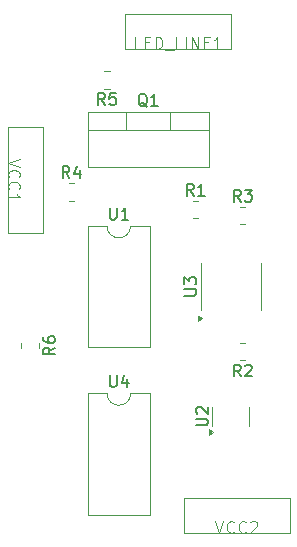
<source format=gbr>
%TF.GenerationSoftware,KiCad,Pcbnew,8.0.9*%
%TF.CreationDate,2025-03-06T03:58:24+03:00*%
%TF.ProjectId,dmx_led_controller,646d785f-6c65-4645-9f63-6f6e74726f6c,rev?*%
%TF.SameCoordinates,Original*%
%TF.FileFunction,Legend,Top*%
%TF.FilePolarity,Positive*%
%FSLAX46Y46*%
G04 Gerber Fmt 4.6, Leading zero omitted, Abs format (unit mm)*
G04 Created by KiCad (PCBNEW 8.0.9) date 2025-03-06 03:58:24*
%MOMM*%
%LPD*%
G01*
G04 APERTURE LIST*
%ADD10C,0.150000*%
%ADD11C,0.100000*%
%ADD12C,0.120000*%
G04 APERTURE END LIST*
D10*
X149904761Y-88511307D02*
X149809523Y-88463688D01*
X149809523Y-88463688D02*
X149714285Y-88368450D01*
X149714285Y-88368450D02*
X149571428Y-88225592D01*
X149571428Y-88225592D02*
X149476190Y-88177973D01*
X149476190Y-88177973D02*
X149380952Y-88177973D01*
X149428571Y-88416069D02*
X149333333Y-88368450D01*
X149333333Y-88368450D02*
X149238095Y-88273211D01*
X149238095Y-88273211D02*
X149190476Y-88082735D01*
X149190476Y-88082735D02*
X149190476Y-87749402D01*
X149190476Y-87749402D02*
X149238095Y-87558926D01*
X149238095Y-87558926D02*
X149333333Y-87463688D01*
X149333333Y-87463688D02*
X149428571Y-87416069D01*
X149428571Y-87416069D02*
X149619047Y-87416069D01*
X149619047Y-87416069D02*
X149714285Y-87463688D01*
X149714285Y-87463688D02*
X149809523Y-87558926D01*
X149809523Y-87558926D02*
X149857142Y-87749402D01*
X149857142Y-87749402D02*
X149857142Y-88082735D01*
X149857142Y-88082735D02*
X149809523Y-88273211D01*
X149809523Y-88273211D02*
X149714285Y-88368450D01*
X149714285Y-88368450D02*
X149619047Y-88416069D01*
X149619047Y-88416069D02*
X149428571Y-88416069D01*
X150809523Y-88416069D02*
X150238095Y-88416069D01*
X150523809Y-88416069D02*
X150523809Y-87416069D01*
X150523809Y-87416069D02*
X150428571Y-87558926D01*
X150428571Y-87558926D02*
X150333333Y-87654164D01*
X150333333Y-87654164D02*
X150238095Y-87701783D01*
X146748095Y-97056069D02*
X146748095Y-97865592D01*
X146748095Y-97865592D02*
X146795714Y-97960830D01*
X146795714Y-97960830D02*
X146843333Y-98008450D01*
X146843333Y-98008450D02*
X146938571Y-98056069D01*
X146938571Y-98056069D02*
X147129047Y-98056069D01*
X147129047Y-98056069D02*
X147224285Y-98008450D01*
X147224285Y-98008450D02*
X147271904Y-97960830D01*
X147271904Y-97960830D02*
X147319523Y-97865592D01*
X147319523Y-97865592D02*
X147319523Y-97056069D01*
X148319523Y-98056069D02*
X147748095Y-98056069D01*
X148033809Y-98056069D02*
X148033809Y-97056069D01*
X148033809Y-97056069D02*
X147938571Y-97198926D01*
X147938571Y-97198926D02*
X147843333Y-97294164D01*
X147843333Y-97294164D02*
X147748095Y-97341783D01*
X142104819Y-108897916D02*
X141628628Y-109231249D01*
X142104819Y-109469344D02*
X141104819Y-109469344D01*
X141104819Y-109469344D02*
X141104819Y-109088392D01*
X141104819Y-109088392D02*
X141152438Y-108993154D01*
X141152438Y-108993154D02*
X141200057Y-108945535D01*
X141200057Y-108945535D02*
X141295295Y-108897916D01*
X141295295Y-108897916D02*
X141438152Y-108897916D01*
X141438152Y-108897916D02*
X141533390Y-108945535D01*
X141533390Y-108945535D02*
X141581009Y-108993154D01*
X141581009Y-108993154D02*
X141628628Y-109088392D01*
X141628628Y-109088392D02*
X141628628Y-109469344D01*
X141104819Y-108040773D02*
X141104819Y-108231249D01*
X141104819Y-108231249D02*
X141152438Y-108326487D01*
X141152438Y-108326487D02*
X141200057Y-108374106D01*
X141200057Y-108374106D02*
X141342914Y-108469344D01*
X141342914Y-108469344D02*
X141533390Y-108516963D01*
X141533390Y-108516963D02*
X141914342Y-108516963D01*
X141914342Y-108516963D02*
X142009580Y-108469344D01*
X142009580Y-108469344D02*
X142057200Y-108421725D01*
X142057200Y-108421725D02*
X142104819Y-108326487D01*
X142104819Y-108326487D02*
X142104819Y-108136011D01*
X142104819Y-108136011D02*
X142057200Y-108040773D01*
X142057200Y-108040773D02*
X142009580Y-107993154D01*
X142009580Y-107993154D02*
X141914342Y-107945535D01*
X141914342Y-107945535D02*
X141676247Y-107945535D01*
X141676247Y-107945535D02*
X141581009Y-107993154D01*
X141581009Y-107993154D02*
X141533390Y-108040773D01*
X141533390Y-108040773D02*
X141485771Y-108136011D01*
X141485771Y-108136011D02*
X141485771Y-108326487D01*
X141485771Y-108326487D02*
X141533390Y-108421725D01*
X141533390Y-108421725D02*
X141581009Y-108469344D01*
X141581009Y-108469344D02*
X141676247Y-108516963D01*
X143333333Y-94536069D02*
X143000000Y-94059878D01*
X142761905Y-94536069D02*
X142761905Y-93536069D01*
X142761905Y-93536069D02*
X143142857Y-93536069D01*
X143142857Y-93536069D02*
X143238095Y-93583688D01*
X143238095Y-93583688D02*
X143285714Y-93631307D01*
X143285714Y-93631307D02*
X143333333Y-93726545D01*
X143333333Y-93726545D02*
X143333333Y-93869402D01*
X143333333Y-93869402D02*
X143285714Y-93964640D01*
X143285714Y-93964640D02*
X143238095Y-94012259D01*
X143238095Y-94012259D02*
X143142857Y-94059878D01*
X143142857Y-94059878D02*
X142761905Y-94059878D01*
X144190476Y-93869402D02*
X144190476Y-94536069D01*
X143952381Y-93488450D02*
X143714286Y-94202735D01*
X143714286Y-94202735D02*
X144333333Y-94202735D01*
X153054819Y-104493154D02*
X153864342Y-104493154D01*
X153864342Y-104493154D02*
X153959580Y-104445535D01*
X153959580Y-104445535D02*
X154007200Y-104397916D01*
X154007200Y-104397916D02*
X154054819Y-104302678D01*
X154054819Y-104302678D02*
X154054819Y-104112202D01*
X154054819Y-104112202D02*
X154007200Y-104016964D01*
X154007200Y-104016964D02*
X153959580Y-103969345D01*
X153959580Y-103969345D02*
X153864342Y-103921726D01*
X153864342Y-103921726D02*
X153054819Y-103921726D01*
X153054819Y-103540773D02*
X153054819Y-102921726D01*
X153054819Y-102921726D02*
X153435771Y-103255059D01*
X153435771Y-103255059D02*
X153435771Y-103112202D01*
X153435771Y-103112202D02*
X153483390Y-103016964D01*
X153483390Y-103016964D02*
X153531009Y-102969345D01*
X153531009Y-102969345D02*
X153626247Y-102921726D01*
X153626247Y-102921726D02*
X153864342Y-102921726D01*
X153864342Y-102921726D02*
X153959580Y-102969345D01*
X153959580Y-102969345D02*
X154007200Y-103016964D01*
X154007200Y-103016964D02*
X154054819Y-103112202D01*
X154054819Y-103112202D02*
X154054819Y-103397916D01*
X154054819Y-103397916D02*
X154007200Y-103493154D01*
X154007200Y-103493154D02*
X153959580Y-103540773D01*
X146748095Y-111236069D02*
X146748095Y-112045592D01*
X146748095Y-112045592D02*
X146795714Y-112140830D01*
X146795714Y-112140830D02*
X146843333Y-112188450D01*
X146843333Y-112188450D02*
X146938571Y-112236069D01*
X146938571Y-112236069D02*
X147129047Y-112236069D01*
X147129047Y-112236069D02*
X147224285Y-112188450D01*
X147224285Y-112188450D02*
X147271904Y-112140830D01*
X147271904Y-112140830D02*
X147319523Y-112045592D01*
X147319523Y-112045592D02*
X147319523Y-111236069D01*
X148224285Y-111569402D02*
X148224285Y-112236069D01*
X147986190Y-111188450D02*
X147748095Y-111902735D01*
X147748095Y-111902735D02*
X148367142Y-111902735D01*
D11*
X149380952Y-83588669D02*
X148904762Y-83588669D01*
X148904762Y-83588669D02*
X148904762Y-82588669D01*
X149714286Y-83064859D02*
X150047619Y-83064859D01*
X150190476Y-83588669D02*
X149714286Y-83588669D01*
X149714286Y-83588669D02*
X149714286Y-82588669D01*
X149714286Y-82588669D02*
X150190476Y-82588669D01*
X150619048Y-83588669D02*
X150619048Y-82588669D01*
X150619048Y-82588669D02*
X150857143Y-82588669D01*
X150857143Y-82588669D02*
X151000000Y-82636288D01*
X151000000Y-82636288D02*
X151095238Y-82731526D01*
X151095238Y-82731526D02*
X151142857Y-82826764D01*
X151142857Y-82826764D02*
X151190476Y-83017240D01*
X151190476Y-83017240D02*
X151190476Y-83160097D01*
X151190476Y-83160097D02*
X151142857Y-83350573D01*
X151142857Y-83350573D02*
X151095238Y-83445811D01*
X151095238Y-83445811D02*
X151000000Y-83541050D01*
X151000000Y-83541050D02*
X150857143Y-83588669D01*
X150857143Y-83588669D02*
X150619048Y-83588669D01*
X151380953Y-83683907D02*
X152142857Y-83683907D01*
X152857143Y-83588669D02*
X152380953Y-83588669D01*
X152380953Y-83588669D02*
X152380953Y-82588669D01*
X153190477Y-83588669D02*
X153190477Y-82588669D01*
X153666667Y-83588669D02*
X153666667Y-82588669D01*
X153666667Y-82588669D02*
X154238095Y-83588669D01*
X154238095Y-83588669D02*
X154238095Y-82588669D01*
X154714286Y-83064859D02*
X155047619Y-83064859D01*
X155190476Y-83588669D02*
X154714286Y-83588669D01*
X154714286Y-83588669D02*
X154714286Y-82588669D01*
X154714286Y-82588669D02*
X155190476Y-82588669D01*
X156142857Y-83588669D02*
X155571429Y-83588669D01*
X155857143Y-83588669D02*
X155857143Y-82588669D01*
X155857143Y-82588669D02*
X155761905Y-82731526D01*
X155761905Y-82731526D02*
X155666667Y-82826764D01*
X155666667Y-82826764D02*
X155571429Y-82874383D01*
X155690476Y-123588669D02*
X156023809Y-124588669D01*
X156023809Y-124588669D02*
X156357142Y-123588669D01*
X157261904Y-124493430D02*
X157214285Y-124541050D01*
X157214285Y-124541050D02*
X157071428Y-124588669D01*
X157071428Y-124588669D02*
X156976190Y-124588669D01*
X156976190Y-124588669D02*
X156833333Y-124541050D01*
X156833333Y-124541050D02*
X156738095Y-124445811D01*
X156738095Y-124445811D02*
X156690476Y-124350573D01*
X156690476Y-124350573D02*
X156642857Y-124160097D01*
X156642857Y-124160097D02*
X156642857Y-124017240D01*
X156642857Y-124017240D02*
X156690476Y-123826764D01*
X156690476Y-123826764D02*
X156738095Y-123731526D01*
X156738095Y-123731526D02*
X156833333Y-123636288D01*
X156833333Y-123636288D02*
X156976190Y-123588669D01*
X156976190Y-123588669D02*
X157071428Y-123588669D01*
X157071428Y-123588669D02*
X157214285Y-123636288D01*
X157214285Y-123636288D02*
X157261904Y-123683907D01*
X158261904Y-124493430D02*
X158214285Y-124541050D01*
X158214285Y-124541050D02*
X158071428Y-124588669D01*
X158071428Y-124588669D02*
X157976190Y-124588669D01*
X157976190Y-124588669D02*
X157833333Y-124541050D01*
X157833333Y-124541050D02*
X157738095Y-124445811D01*
X157738095Y-124445811D02*
X157690476Y-124350573D01*
X157690476Y-124350573D02*
X157642857Y-124160097D01*
X157642857Y-124160097D02*
X157642857Y-124017240D01*
X157642857Y-124017240D02*
X157690476Y-123826764D01*
X157690476Y-123826764D02*
X157738095Y-123731526D01*
X157738095Y-123731526D02*
X157833333Y-123636288D01*
X157833333Y-123636288D02*
X157976190Y-123588669D01*
X157976190Y-123588669D02*
X158071428Y-123588669D01*
X158071428Y-123588669D02*
X158214285Y-123636288D01*
X158214285Y-123636288D02*
X158261904Y-123683907D01*
X158642857Y-123683907D02*
X158690476Y-123636288D01*
X158690476Y-123636288D02*
X158785714Y-123588669D01*
X158785714Y-123588669D02*
X159023809Y-123588669D01*
X159023809Y-123588669D02*
X159119047Y-123636288D01*
X159119047Y-123636288D02*
X159166666Y-123683907D01*
X159166666Y-123683907D02*
X159214285Y-123779145D01*
X159214285Y-123779145D02*
X159214285Y-123874383D01*
X159214285Y-123874383D02*
X159166666Y-124017240D01*
X159166666Y-124017240D02*
X158595238Y-124588669D01*
X158595238Y-124588669D02*
X159214285Y-124588669D01*
D10*
X146333333Y-88336069D02*
X146000000Y-87859878D01*
X145761905Y-88336069D02*
X145761905Y-87336069D01*
X145761905Y-87336069D02*
X146142857Y-87336069D01*
X146142857Y-87336069D02*
X146238095Y-87383688D01*
X146238095Y-87383688D02*
X146285714Y-87431307D01*
X146285714Y-87431307D02*
X146333333Y-87526545D01*
X146333333Y-87526545D02*
X146333333Y-87669402D01*
X146333333Y-87669402D02*
X146285714Y-87764640D01*
X146285714Y-87764640D02*
X146238095Y-87812259D01*
X146238095Y-87812259D02*
X146142857Y-87859878D01*
X146142857Y-87859878D02*
X145761905Y-87859878D01*
X147238095Y-87336069D02*
X146761905Y-87336069D01*
X146761905Y-87336069D02*
X146714286Y-87812259D01*
X146714286Y-87812259D02*
X146761905Y-87764640D01*
X146761905Y-87764640D02*
X146857143Y-87717021D01*
X146857143Y-87717021D02*
X147095238Y-87717021D01*
X147095238Y-87717021D02*
X147190476Y-87764640D01*
X147190476Y-87764640D02*
X147238095Y-87812259D01*
X147238095Y-87812259D02*
X147285714Y-87907497D01*
X147285714Y-87907497D02*
X147285714Y-88145592D01*
X147285714Y-88145592D02*
X147238095Y-88240830D01*
X147238095Y-88240830D02*
X147190476Y-88288450D01*
X147190476Y-88288450D02*
X147095238Y-88336069D01*
X147095238Y-88336069D02*
X146857143Y-88336069D01*
X146857143Y-88336069D02*
X146761905Y-88288450D01*
X146761905Y-88288450D02*
X146714286Y-88240830D01*
X153833333Y-96036069D02*
X153500000Y-95559878D01*
X153261905Y-96036069D02*
X153261905Y-95036069D01*
X153261905Y-95036069D02*
X153642857Y-95036069D01*
X153642857Y-95036069D02*
X153738095Y-95083688D01*
X153738095Y-95083688D02*
X153785714Y-95131307D01*
X153785714Y-95131307D02*
X153833333Y-95226545D01*
X153833333Y-95226545D02*
X153833333Y-95369402D01*
X153833333Y-95369402D02*
X153785714Y-95464640D01*
X153785714Y-95464640D02*
X153738095Y-95512259D01*
X153738095Y-95512259D02*
X153642857Y-95559878D01*
X153642857Y-95559878D02*
X153261905Y-95559878D01*
X154785714Y-96036069D02*
X154214286Y-96036069D01*
X154500000Y-96036069D02*
X154500000Y-95036069D01*
X154500000Y-95036069D02*
X154404762Y-95178926D01*
X154404762Y-95178926D02*
X154309524Y-95274164D01*
X154309524Y-95274164D02*
X154214286Y-95321783D01*
X154054819Y-115493154D02*
X154864342Y-115493154D01*
X154864342Y-115493154D02*
X154959580Y-115445535D01*
X154959580Y-115445535D02*
X155007200Y-115397916D01*
X155007200Y-115397916D02*
X155054819Y-115302678D01*
X155054819Y-115302678D02*
X155054819Y-115112202D01*
X155054819Y-115112202D02*
X155007200Y-115016964D01*
X155007200Y-115016964D02*
X154959580Y-114969345D01*
X154959580Y-114969345D02*
X154864342Y-114921726D01*
X154864342Y-114921726D02*
X154054819Y-114921726D01*
X154150057Y-114493154D02*
X154102438Y-114445535D01*
X154102438Y-114445535D02*
X154054819Y-114350297D01*
X154054819Y-114350297D02*
X154054819Y-114112202D01*
X154054819Y-114112202D02*
X154102438Y-114016964D01*
X154102438Y-114016964D02*
X154150057Y-113969345D01*
X154150057Y-113969345D02*
X154245295Y-113921726D01*
X154245295Y-113921726D02*
X154340533Y-113921726D01*
X154340533Y-113921726D02*
X154483390Y-113969345D01*
X154483390Y-113969345D02*
X155054819Y-114540773D01*
X155054819Y-114540773D02*
X155054819Y-113921726D01*
X157833333Y-96536069D02*
X157500000Y-96059878D01*
X157261905Y-96536069D02*
X157261905Y-95536069D01*
X157261905Y-95536069D02*
X157642857Y-95536069D01*
X157642857Y-95536069D02*
X157738095Y-95583688D01*
X157738095Y-95583688D02*
X157785714Y-95631307D01*
X157785714Y-95631307D02*
X157833333Y-95726545D01*
X157833333Y-95726545D02*
X157833333Y-95869402D01*
X157833333Y-95869402D02*
X157785714Y-95964640D01*
X157785714Y-95964640D02*
X157738095Y-96012259D01*
X157738095Y-96012259D02*
X157642857Y-96059878D01*
X157642857Y-96059878D02*
X157261905Y-96059878D01*
X158166667Y-95536069D02*
X158785714Y-95536069D01*
X158785714Y-95536069D02*
X158452381Y-95917021D01*
X158452381Y-95917021D02*
X158595238Y-95917021D01*
X158595238Y-95917021D02*
X158690476Y-95964640D01*
X158690476Y-95964640D02*
X158738095Y-96012259D01*
X158738095Y-96012259D02*
X158785714Y-96107497D01*
X158785714Y-96107497D02*
X158785714Y-96345592D01*
X158785714Y-96345592D02*
X158738095Y-96440830D01*
X158738095Y-96440830D02*
X158690476Y-96488450D01*
X158690476Y-96488450D02*
X158595238Y-96536069D01*
X158595238Y-96536069D02*
X158309524Y-96536069D01*
X158309524Y-96536069D02*
X158214286Y-96488450D01*
X158214286Y-96488450D02*
X158166667Y-96440830D01*
D11*
X139142580Y-92921726D02*
X138142580Y-93255059D01*
X138142580Y-93255059D02*
X139142580Y-93588392D01*
X138237819Y-94493154D02*
X138190200Y-94445535D01*
X138190200Y-94445535D02*
X138142580Y-94302678D01*
X138142580Y-94302678D02*
X138142580Y-94207440D01*
X138142580Y-94207440D02*
X138190200Y-94064583D01*
X138190200Y-94064583D02*
X138285438Y-93969345D01*
X138285438Y-93969345D02*
X138380676Y-93921726D01*
X138380676Y-93921726D02*
X138571152Y-93874107D01*
X138571152Y-93874107D02*
X138714009Y-93874107D01*
X138714009Y-93874107D02*
X138904485Y-93921726D01*
X138904485Y-93921726D02*
X138999723Y-93969345D01*
X138999723Y-93969345D02*
X139094961Y-94064583D01*
X139094961Y-94064583D02*
X139142580Y-94207440D01*
X139142580Y-94207440D02*
X139142580Y-94302678D01*
X139142580Y-94302678D02*
X139094961Y-94445535D01*
X139094961Y-94445535D02*
X139047342Y-94493154D01*
X138237819Y-95493154D02*
X138190200Y-95445535D01*
X138190200Y-95445535D02*
X138142580Y-95302678D01*
X138142580Y-95302678D02*
X138142580Y-95207440D01*
X138142580Y-95207440D02*
X138190200Y-95064583D01*
X138190200Y-95064583D02*
X138285438Y-94969345D01*
X138285438Y-94969345D02*
X138380676Y-94921726D01*
X138380676Y-94921726D02*
X138571152Y-94874107D01*
X138571152Y-94874107D02*
X138714009Y-94874107D01*
X138714009Y-94874107D02*
X138904485Y-94921726D01*
X138904485Y-94921726D02*
X138999723Y-94969345D01*
X138999723Y-94969345D02*
X139094961Y-95064583D01*
X139094961Y-95064583D02*
X139142580Y-95207440D01*
X139142580Y-95207440D02*
X139142580Y-95302678D01*
X139142580Y-95302678D02*
X139094961Y-95445535D01*
X139094961Y-95445535D02*
X139047342Y-95493154D01*
X138142580Y-96445535D02*
X138142580Y-95874107D01*
X138142580Y-96159821D02*
X139142580Y-96159821D01*
X139142580Y-96159821D02*
X138999723Y-96064583D01*
X138999723Y-96064583D02*
X138904485Y-95969345D01*
X138904485Y-95969345D02*
X138856866Y-95874107D01*
D10*
X157833333Y-111336069D02*
X157500000Y-110859878D01*
X157261905Y-111336069D02*
X157261905Y-110336069D01*
X157261905Y-110336069D02*
X157642857Y-110336069D01*
X157642857Y-110336069D02*
X157738095Y-110383688D01*
X157738095Y-110383688D02*
X157785714Y-110431307D01*
X157785714Y-110431307D02*
X157833333Y-110526545D01*
X157833333Y-110526545D02*
X157833333Y-110669402D01*
X157833333Y-110669402D02*
X157785714Y-110764640D01*
X157785714Y-110764640D02*
X157738095Y-110812259D01*
X157738095Y-110812259D02*
X157642857Y-110859878D01*
X157642857Y-110859878D02*
X157261905Y-110859878D01*
X158214286Y-110431307D02*
X158261905Y-110383688D01*
X158261905Y-110383688D02*
X158357143Y-110336069D01*
X158357143Y-110336069D02*
X158595238Y-110336069D01*
X158595238Y-110336069D02*
X158690476Y-110383688D01*
X158690476Y-110383688D02*
X158738095Y-110431307D01*
X158738095Y-110431307D02*
X158785714Y-110526545D01*
X158785714Y-110526545D02*
X158785714Y-110621783D01*
X158785714Y-110621783D02*
X158738095Y-110764640D01*
X158738095Y-110764640D02*
X158166667Y-111336069D01*
X158166667Y-111336069D02*
X158785714Y-111336069D01*
D12*
%TO.C,Q1*%
X144880000Y-88961250D02*
X144880000Y-93602250D01*
X144880000Y-88961250D02*
X155120000Y-88961250D01*
X144880000Y-90471250D02*
X155120000Y-90471250D01*
X144880000Y-93602250D02*
X155120000Y-93602250D01*
X148150000Y-88961250D02*
X148150000Y-90471250D01*
X151851000Y-88961250D02*
X151851000Y-90471250D01*
X155120000Y-88961250D02*
X155120000Y-93602250D01*
%TO.C,U1*%
X144860000Y-98601250D02*
X144860000Y-108881250D01*
X144860000Y-108881250D02*
X150160000Y-108881250D01*
X146510000Y-98601250D02*
X144860000Y-98601250D01*
X150160000Y-98601250D02*
X148510000Y-98601250D01*
X150160000Y-108881250D02*
X150160000Y-98601250D01*
X148510000Y-98601250D02*
G75*
G02*
X146510000Y-98601250I-1000000J0D01*
G01*
%TO.C,R6*%
X139265000Y-108504186D02*
X139265000Y-108958314D01*
X140735000Y-108504186D02*
X140735000Y-108958314D01*
%TO.C,R4*%
X143272936Y-94996250D02*
X143727064Y-94996250D01*
X143272936Y-96466250D02*
X143727064Y-96466250D01*
%TO.C,U3*%
X154440000Y-103731250D02*
X154440000Y-101781250D01*
X154440000Y-103731250D02*
X154440000Y-105681250D01*
X159560000Y-103731250D02*
X159560000Y-101781250D01*
X159560000Y-103731250D02*
X159560000Y-105681250D01*
X154535000Y-106431250D02*
X154205000Y-106671250D01*
X154205000Y-106191250D01*
X154535000Y-106431250D01*
G36*
X154535000Y-106431250D02*
G01*
X154205000Y-106671250D01*
X154205000Y-106191250D01*
X154535000Y-106431250D01*
G37*
%TO.C,U4*%
X144860000Y-112781250D02*
X144860000Y-123061250D01*
X144860000Y-123061250D02*
X150160000Y-123061250D01*
X146510000Y-112781250D02*
X144860000Y-112781250D01*
X150160000Y-112781250D02*
X148510000Y-112781250D01*
X150160000Y-123061250D02*
X150160000Y-112781250D01*
X148510000Y-112781250D02*
G75*
G02*
X146510000Y-112781250I-1000000J0D01*
G01*
%TO.C,LED_LINE1*%
D11*
X148000000Y-80631250D02*
X157000000Y-80631250D01*
X157000000Y-83631250D01*
X148000000Y-83631250D01*
X148000000Y-80631250D01*
%TO.C,VCC2*%
X153000000Y-121631250D02*
X162000000Y-121631250D01*
X162000000Y-124631250D01*
X153000000Y-124631250D01*
X153000000Y-121631250D01*
D12*
%TO.C,R5*%
X146727064Y-85496250D02*
X146272936Y-85496250D01*
X146727064Y-86966250D02*
X146272936Y-86966250D01*
%TO.C,R1*%
X153772936Y-96496250D02*
X154227064Y-96496250D01*
X153772936Y-97966250D02*
X154227064Y-97966250D01*
%TO.C,U2*%
X155440000Y-114731250D02*
X155440000Y-113931250D01*
X155440000Y-114731250D02*
X155440000Y-115531250D01*
X158560000Y-114731250D02*
X158560000Y-113931250D01*
X158560000Y-114731250D02*
X158560000Y-115531250D01*
X155490000Y-116031250D02*
X155160000Y-116271250D01*
X155160000Y-115791250D01*
X155490000Y-116031250D01*
G36*
X155490000Y-116031250D02*
G01*
X155160000Y-116271250D01*
X155160000Y-115791250D01*
X155490000Y-116031250D01*
G37*
%TO.C,R3*%
X157772936Y-96996250D02*
X158227064Y-96996250D01*
X157772936Y-98466250D02*
X158227064Y-98466250D01*
%TO.C,VCC1*%
D11*
X141100000Y-90231250D02*
X138100000Y-90231250D01*
X138100000Y-99231250D01*
X141100000Y-99231250D01*
X141100000Y-90231250D01*
D12*
%TO.C,R2*%
X158227064Y-108496250D02*
X157772936Y-108496250D01*
X158227064Y-109966250D02*
X157772936Y-109966250D01*
%TD*%
M02*

</source>
